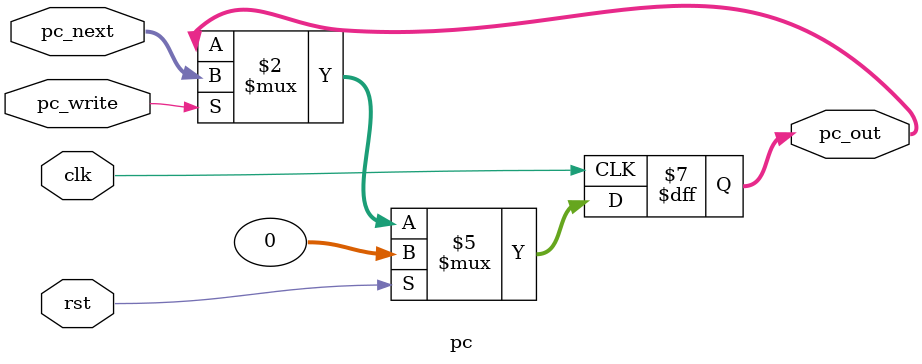
<source format=v>
module pc (
input wire clk,
input wire rst,
input wire pc_write,
input wire [31:0]pc_next,
output reg [31:0]pc_out);
always @(posedge clk)
begin
if (rst)
pc_out <= 32'h00000000;
else if(pc_write)
pc_out <= pc_next;
end
endmodule

</source>
